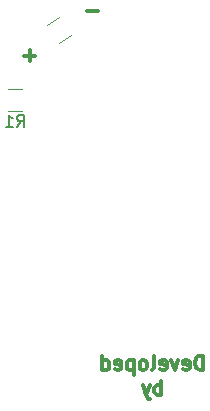
<source format=gbr>
G04 #@! TF.GenerationSoftware,KiCad,Pcbnew,5.1.4-e60b266~84~ubuntu18.04.1*
G04 #@! TF.CreationDate,2019-11-05T13:07:08-07:00*
G04 #@! TF.ProjectId,001,3030312e-6b69-4636-9164-5f7063625858,rev?*
G04 #@! TF.SameCoordinates,Original*
G04 #@! TF.FileFunction,Legend,Bot*
G04 #@! TF.FilePolarity,Positive*
%FSLAX46Y46*%
G04 Gerber Fmt 4.6, Leading zero omitted, Abs format (unit mm)*
G04 Created by KiCad (PCBNEW 5.1.4-e60b266~84~ubuntu18.04.1) date 2019-11-05 13:07:08*
%MOMM*%
%LPD*%
G04 APERTURE LIST*
%ADD10C,0.300000*%
%ADD11C,0.120000*%
%ADD12C,0.150000*%
G04 APERTURE END LIST*
D10*
X152085142Y-115062857D02*
X152085142Y-113862857D01*
X151799428Y-113862857D01*
X151628000Y-113920000D01*
X151513714Y-114034285D01*
X151456571Y-114148571D01*
X151399428Y-114377142D01*
X151399428Y-114548571D01*
X151456571Y-114777142D01*
X151513714Y-114891428D01*
X151628000Y-115005714D01*
X151799428Y-115062857D01*
X152085142Y-115062857D01*
X150428000Y-115005714D02*
X150542285Y-115062857D01*
X150770857Y-115062857D01*
X150885142Y-115005714D01*
X150942285Y-114891428D01*
X150942285Y-114434285D01*
X150885142Y-114320000D01*
X150770857Y-114262857D01*
X150542285Y-114262857D01*
X150428000Y-114320000D01*
X150370857Y-114434285D01*
X150370857Y-114548571D01*
X150942285Y-114662857D01*
X149970857Y-114262857D02*
X149685142Y-115062857D01*
X149399428Y-114262857D01*
X148485142Y-115005714D02*
X148599428Y-115062857D01*
X148828000Y-115062857D01*
X148942285Y-115005714D01*
X148999428Y-114891428D01*
X148999428Y-114434285D01*
X148942285Y-114320000D01*
X148828000Y-114262857D01*
X148599428Y-114262857D01*
X148485142Y-114320000D01*
X148428000Y-114434285D01*
X148428000Y-114548571D01*
X148999428Y-114662857D01*
X147742285Y-115062857D02*
X147856571Y-115005714D01*
X147913714Y-114891428D01*
X147913714Y-113862857D01*
X147113714Y-115062857D02*
X147228000Y-115005714D01*
X147285142Y-114948571D01*
X147342285Y-114834285D01*
X147342285Y-114491428D01*
X147285142Y-114377142D01*
X147228000Y-114320000D01*
X147113714Y-114262857D01*
X146942285Y-114262857D01*
X146828000Y-114320000D01*
X146770857Y-114377142D01*
X146713714Y-114491428D01*
X146713714Y-114834285D01*
X146770857Y-114948571D01*
X146828000Y-115005714D01*
X146942285Y-115062857D01*
X147113714Y-115062857D01*
X146199428Y-114262857D02*
X146199428Y-115462857D01*
X146199428Y-114320000D02*
X146085142Y-114262857D01*
X145856571Y-114262857D01*
X145742285Y-114320000D01*
X145685142Y-114377142D01*
X145628000Y-114491428D01*
X145628000Y-114834285D01*
X145685142Y-114948571D01*
X145742285Y-115005714D01*
X145856571Y-115062857D01*
X146085142Y-115062857D01*
X146199428Y-115005714D01*
X144656571Y-115005714D02*
X144770857Y-115062857D01*
X144999428Y-115062857D01*
X145113714Y-115005714D01*
X145170857Y-114891428D01*
X145170857Y-114434285D01*
X145113714Y-114320000D01*
X144999428Y-114262857D01*
X144770857Y-114262857D01*
X144656571Y-114320000D01*
X144599428Y-114434285D01*
X144599428Y-114548571D01*
X145170857Y-114662857D01*
X143570857Y-115062857D02*
X143570857Y-113862857D01*
X143570857Y-115005714D02*
X143685142Y-115062857D01*
X143913714Y-115062857D01*
X144028000Y-115005714D01*
X144085142Y-114948571D01*
X144142285Y-114834285D01*
X144142285Y-114491428D01*
X144085142Y-114377142D01*
X144028000Y-114320000D01*
X143913714Y-114262857D01*
X143685142Y-114262857D01*
X143570857Y-114320000D01*
X148542285Y-117162857D02*
X148542285Y-115962857D01*
X148542285Y-116420000D02*
X148428000Y-116362857D01*
X148199428Y-116362857D01*
X148085142Y-116420000D01*
X148028000Y-116477142D01*
X147970857Y-116591428D01*
X147970857Y-116934285D01*
X148028000Y-117048571D01*
X148085142Y-117105714D01*
X148199428Y-117162857D01*
X148428000Y-117162857D01*
X148542285Y-117105714D01*
X147570857Y-116362857D02*
X147285142Y-117162857D01*
X146999428Y-116362857D02*
X147285142Y-117162857D01*
X147399428Y-117448571D01*
X147456571Y-117505714D01*
X147570857Y-117562857D01*
X137871142Y-88477714D02*
X136956857Y-88477714D01*
X137414000Y-88934857D02*
X137414000Y-88020571D01*
X143205142Y-84667714D02*
X142290857Y-84667714D01*
D11*
X139873716Y-85178047D02*
X138887352Y-85868706D01*
X140917626Y-86668904D02*
X139931262Y-87359563D01*
X135578436Y-93112000D02*
X136782564Y-93112000D01*
X135578436Y-91292000D02*
X136782564Y-91292000D01*
D12*
X136347166Y-94474380D02*
X136680500Y-93998190D01*
X136918595Y-94474380D02*
X136918595Y-93474380D01*
X136537642Y-93474380D01*
X136442404Y-93522000D01*
X136394785Y-93569619D01*
X136347166Y-93664857D01*
X136347166Y-93807714D01*
X136394785Y-93902952D01*
X136442404Y-93950571D01*
X136537642Y-93998190D01*
X136918595Y-93998190D01*
X135394785Y-94474380D02*
X135966214Y-94474380D01*
X135680500Y-94474380D02*
X135680500Y-93474380D01*
X135775738Y-93617238D01*
X135870976Y-93712476D01*
X135966214Y-93760095D01*
M02*

</source>
